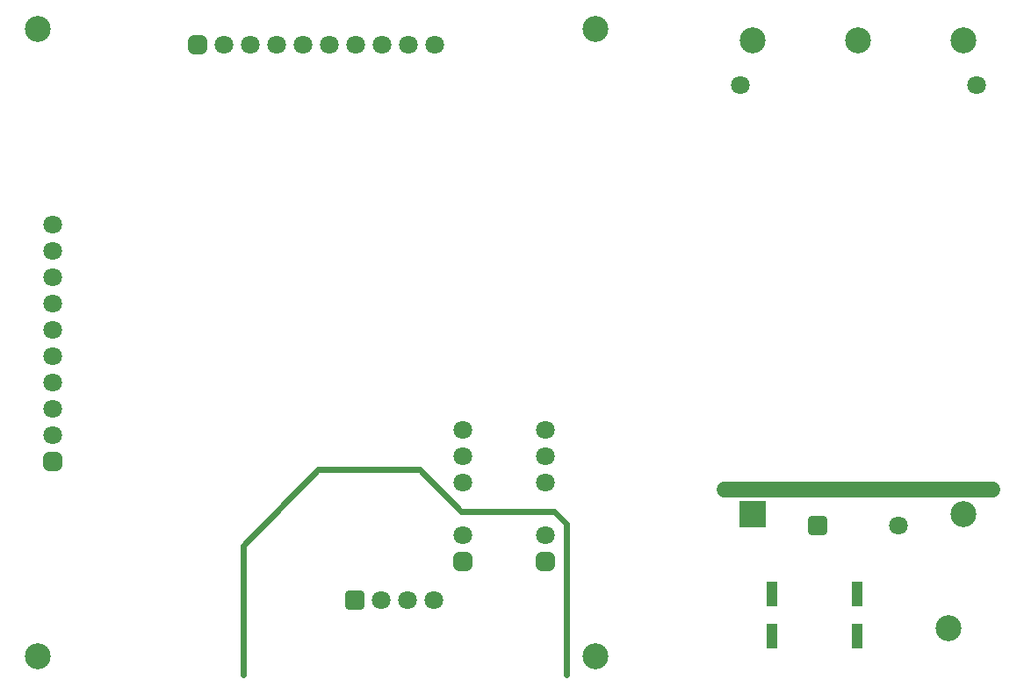
<source format=gbr>
%TF.GenerationSoftware,KiCad,Pcbnew,8.0.5*%
%TF.CreationDate,2024-09-26T23:09:47+07:00*%
%TF.ProjectId,HW.ACIM-DBG,48572e41-4349-44d2-9d44-42472e6b6963,0.1*%
%TF.SameCoordinates,Original*%
%TF.FileFunction,Soldermask,Bot*%
%TF.FilePolarity,Negative*%
%FSLAX46Y46*%
G04 Gerber Fmt 4.6, Leading zero omitted, Abs format (unit mm)*
G04 Created by KiCad (PCBNEW 8.0.5) date 2024-09-26 23:09:47*
%MOMM*%
%LPD*%
G01*
G04 APERTURE LIST*
G04 Aperture macros list*
%AMRoundRect*
0 Rectangle with rounded corners*
0 $1 Rounding radius*
0 $2 $3 $4 $5 $6 $7 $8 $9 X,Y pos of 4 corners*
0 Add a 4 corners polygon primitive as box body*
4,1,4,$2,$3,$4,$5,$6,$7,$8,$9,$2,$3,0*
0 Add four circle primitives for the rounded corners*
1,1,$1+$1,$2,$3*
1,1,$1+$1,$4,$5*
1,1,$1+$1,$6,$7*
1,1,$1+$1,$8,$9*
0 Add four rect primitives between the rounded corners*
20,1,$1+$1,$2,$3,$4,$5,0*
20,1,$1+$1,$4,$5,$6,$7,0*
20,1,$1+$1,$6,$7,$8,$9,0*
20,1,$1+$1,$8,$9,$2,$3,0*%
G04 Aperture macros list end*
%ADD10C,0.600000*%
%ADD11C,1.500000*%
%ADD12RoundRect,0.450000X-0.450000X-0.450000X0.450000X-0.450000X0.450000X0.450000X-0.450000X0.450000X0*%
%ADD13C,1.800000*%
%ADD14C,2.500000*%
%ADD15RoundRect,0.450000X0.450000X-0.450000X0.450000X0.450000X-0.450000X0.450000X-0.450000X-0.450000X0*%
%ADD16RoundRect,0.220000X-0.330000X0.980000X-0.330000X-0.980000X0.330000X-0.980000X0.330000X0.980000X0*%
%ADD17R,2.500000X2.500000*%
%ADD18RoundRect,0.270000X0.630000X-0.630000X0.630000X0.630000X-0.630000X0.630000X-0.630000X-0.630000X0*%
%ADD19RoundRect,0.250000X0.650000X-0.650000X0.650000X0.650000X-0.650000X0.650000X-0.650000X-0.650000X0*%
G04 APERTURE END LIST*
D10*
X131817815Y-99749185D02*
X131817815Y-87299385D01*
X148812700Y-80000000D02*
X139012700Y-80000000D01*
D11*
X204025000Y-81900000D02*
X178225000Y-81900000D01*
D10*
X163017815Y-85249185D02*
X161767815Y-83999185D01*
X131817815Y-87299385D02*
X139012700Y-80000000D01*
X152812700Y-84000000D02*
X148812700Y-80000000D01*
X163017815Y-99749185D02*
X163017815Y-85249185D01*
X161767815Y-83999185D02*
X152812700Y-84000000D01*
D12*
%TO.C,J1*%
X127432700Y-38950000D03*
D13*
X129972700Y-38950000D03*
X132512700Y-38950000D03*
X135052700Y-38950000D03*
X137592700Y-38950000D03*
X140132700Y-38950000D03*
X142672700Y-38950000D03*
X145212700Y-38950000D03*
X147752700Y-38950000D03*
X150292700Y-38950000D03*
%TD*%
D14*
%TO.C,SH5*%
X199787500Y-95312500D03*
%TD*%
D15*
%TO.C,J3*%
X113425000Y-79180200D03*
D13*
X113425000Y-76640200D03*
X113425000Y-74100200D03*
X113425000Y-71560200D03*
X113425000Y-69020200D03*
X113425000Y-66480200D03*
X113425000Y-63940200D03*
X113425000Y-61400200D03*
X113425000Y-58860200D03*
X113425000Y-56320200D03*
%TD*%
D14*
%TO.C,SH4*%
X111975000Y-98000000D03*
%TD*%
D16*
%TO.C,J2*%
X182825100Y-96075100D03*
X182825100Y-92025100D03*
X191025100Y-92025100D03*
X191025100Y-96075100D03*
%TD*%
D17*
%TO.C,MD4*%
X180965000Y-84310000D03*
D14*
X201285000Y-84310000D03*
X201285000Y-38590000D03*
X191125000Y-38590000D03*
X180965000Y-38590000D03*
%TD*%
%TO.C,SH3*%
X165775000Y-98000000D03*
%TD*%
%TO.C,SH1*%
X111975000Y-37500000D03*
%TD*%
D18*
%TO.C,MD3*%
X187225000Y-85400001D03*
D13*
X195025000Y-85400001D03*
X202525000Y-42900000D03*
X179725000Y-42900000D03*
%TD*%
D19*
%TO.C,J4*%
X142552700Y-92575000D03*
D13*
X145092700Y-92575000D03*
X147632700Y-92575000D03*
X150172700Y-92575000D03*
%TD*%
D15*
%TO.C,MD1*%
X152987500Y-88862500D03*
X160987500Y-88862500D03*
D13*
X152987500Y-86322500D03*
X160987500Y-86322500D03*
X160987500Y-81242500D03*
X152987500Y-81242499D03*
X152987500Y-78702500D03*
X160987500Y-78702500D03*
X152987500Y-76162500D03*
X160987500Y-76162500D03*
%TD*%
D14*
%TO.C,SH2*%
X165775000Y-37500000D03*
%TD*%
M02*

</source>
